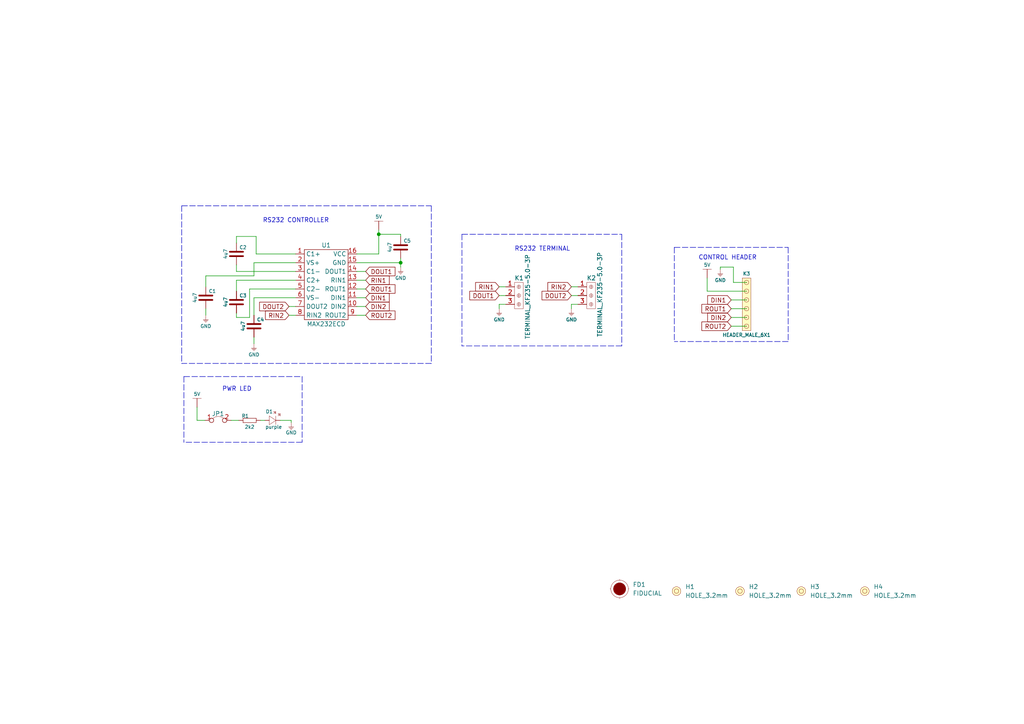
<source format=kicad_sch>
(kicad_sch (version 20211123) (generator eeschema)

  (uuid 2e4ae581-99aa-493b-a0a2-a5fb6df7d9ca)

  (paper "A4")

  (title_block
    (title "RS-232 Transceiver breakout")
    (date "2021-09-08")
    (rev "V1.1.1.")
    (company "SOLDERED")
    (comment 1 "333067")
  )

  (lib_symbols
    (symbol "e-radionica.com schematics:0402LED" (pin_numbers hide) (pin_names (offset 0.254) hide) (in_bom yes) (on_board yes)
      (property "Reference" "D" (id 0) (at -0.635 2.54 0)
        (effects (font (size 1 1)))
      )
      (property "Value" "0402LED" (id 1) (at 0 -2.54 0)
        (effects (font (size 1 1)))
      )
      (property "Footprint" "e-radionica.com footprinti:0402LED" (id 2) (at 0 5.08 0)
        (effects (font (size 1 1)) hide)
      )
      (property "Datasheet" "" (id 3) (at 0 0 0)
        (effects (font (size 1 1)) hide)
      )
      (symbol "0402LED_0_1"
        (polyline
          (pts
            (xy -0.635 1.27)
            (xy 1.27 0)
          )
          (stroke (width 0.0006) (type default) (color 0 0 0 0))
          (fill (type none))
        )
        (polyline
          (pts
            (xy 0.635 1.905)
            (xy 1.27 2.54)
          )
          (stroke (width 0.0006) (type default) (color 0 0 0 0))
          (fill (type none))
        )
        (polyline
          (pts
            (xy 1.27 1.27)
            (xy 1.27 -1.27)
          )
          (stroke (width 0.0006) (type default) (color 0 0 0 0))
          (fill (type none))
        )
        (polyline
          (pts
            (xy 1.905 1.27)
            (xy 2.54 1.905)
          )
          (stroke (width 0.0006) (type default) (color 0 0 0 0))
          (fill (type none))
        )
        (polyline
          (pts
            (xy -0.635 1.27)
            (xy -0.635 -1.27)
            (xy 1.27 0)
          )
          (stroke (width 0.0006) (type default) (color 0 0 0 0))
          (fill (type none))
        )
        (polyline
          (pts
            (xy 1.27 2.54)
            (xy 0.635 2.54)
            (xy 1.27 1.905)
            (xy 1.27 2.54)
          )
          (stroke (width 0.0006) (type default) (color 0 0 0 0))
          (fill (type none))
        )
        (polyline
          (pts
            (xy 2.54 1.905)
            (xy 1.905 1.905)
            (xy 2.54 1.27)
            (xy 2.54 1.905)
          )
          (stroke (width 0.0006) (type default) (color 0 0 0 0))
          (fill (type none))
        )
      )
      (symbol "0402LED_1_1"
        (pin passive line (at -1.905 0 0) (length 1.27)
          (name "A" (effects (font (size 1.27 1.27))))
          (number "1" (effects (font (size 1.27 1.27))))
        )
        (pin passive line (at 2.54 0 180) (length 1.27)
          (name "K" (effects (font (size 1.27 1.27))))
          (number "2" (effects (font (size 1.27 1.27))))
        )
      )
    )
    (symbol "e-radionica.com schematics:0402R" (pin_numbers hide) (pin_names (offset 0.254)) (in_bom yes) (on_board yes)
      (property "Reference" "R" (id 0) (at -1.905 1.27 0)
        (effects (font (size 1 1)))
      )
      (property "Value" "0402R" (id 1) (at 0 -1.27 0)
        (effects (font (size 1 1)))
      )
      (property "Footprint" "e-radionica.com footprinti:0402R" (id 2) (at -2.54 1.905 0)
        (effects (font (size 1 1)) hide)
      )
      (property "Datasheet" "" (id 3) (at -2.54 1.905 0)
        (effects (font (size 1 1)) hide)
      )
      (symbol "0402R_0_1"
        (rectangle (start -1.905 -0.635) (end 1.905 -0.6604)
          (stroke (width 0.1) (type default) (color 0 0 0 0))
          (fill (type none))
        )
        (rectangle (start -1.905 0.635) (end -1.8796 -0.635)
          (stroke (width 0.1) (type default) (color 0 0 0 0))
          (fill (type none))
        )
        (rectangle (start -1.905 0.635) (end 1.905 0.6096)
          (stroke (width 0.1) (type default) (color 0 0 0 0))
          (fill (type none))
        )
        (rectangle (start 1.905 0.635) (end 1.9304 -0.635)
          (stroke (width 0.1) (type default) (color 0 0 0 0))
          (fill (type none))
        )
      )
      (symbol "0402R_1_1"
        (pin passive line (at -3.175 0 0) (length 1.27)
          (name "~" (effects (font (size 1.27 1.27))))
          (number "1" (effects (font (size 1.27 1.27))))
        )
        (pin passive line (at 3.175 0 180) (length 1.27)
          (name "~" (effects (font (size 1.27 1.27))))
          (number "2" (effects (font (size 1.27 1.27))))
        )
      )
    )
    (symbol "e-radionica.com schematics:0603C" (pin_numbers hide) (pin_names (offset 0.002)) (in_bom yes) (on_board yes)
      (property "Reference" "C" (id 0) (at -0.635 3.175 0)
        (effects (font (size 1 1)))
      )
      (property "Value" "0603C" (id 1) (at 0 -3.175 0)
        (effects (font (size 1 1)))
      )
      (property "Footprint" "e-radionica.com footprinti:0603C" (id 2) (at 0 0 0)
        (effects (font (size 1 1)) hide)
      )
      (property "Datasheet" "" (id 3) (at 0 0 0)
        (effects (font (size 1 1)) hide)
      )
      (symbol "0603C_0_1"
        (polyline
          (pts
            (xy -0.635 1.905)
            (xy -0.635 -1.905)
          )
          (stroke (width 0.5) (type default) (color 0 0 0 0))
          (fill (type none))
        )
        (polyline
          (pts
            (xy 0.635 1.905)
            (xy 0.635 -1.905)
          )
          (stroke (width 0.5) (type default) (color 0 0 0 0))
          (fill (type none))
        )
      )
      (symbol "0603C_1_1"
        (pin passive line (at -3.175 0 0) (length 2.54)
          (name "~" (effects (font (size 1.27 1.27))))
          (number "1" (effects (font (size 1.27 1.27))))
        )
        (pin passive line (at 3.175 0 180) (length 2.54)
          (name "~" (effects (font (size 1.27 1.27))))
          (number "2" (effects (font (size 1.27 1.27))))
        )
      )
    )
    (symbol "e-radionica.com schematics:5V" (power) (pin_names (offset 0)) (in_bom yes) (on_board yes)
      (property "Reference" "#PWR" (id 0) (at 4.445 0 0)
        (effects (font (size 1 1)) hide)
      )
      (property "Value" "5V" (id 1) (at 0 3.556 0)
        (effects (font (size 1 1)))
      )
      (property "Footprint" "" (id 2) (at 4.445 3.81 0)
        (effects (font (size 1 1)) hide)
      )
      (property "Datasheet" "" (id 3) (at 4.445 3.81 0)
        (effects (font (size 1 1)) hide)
      )
      (property "ki_keywords" "power-flag" (id 4) (at 0 0 0)
        (effects (font (size 1.27 1.27)) hide)
      )
      (property "ki_description" "Power symbol creates a global label with name \"5V\"" (id 5) (at 0 0 0)
        (effects (font (size 1.27 1.27)) hide)
      )
      (symbol "5V_0_1"
        (polyline
          (pts
            (xy -1.27 2.54)
            (xy 1.27 2.54)
          )
          (stroke (width 0.0006) (type default) (color 0 0 0 0))
          (fill (type none))
        )
        (polyline
          (pts
            (xy 0 0)
            (xy 0 2.54)
          )
          (stroke (width 0) (type default) (color 0 0 0 0))
          (fill (type none))
        )
      )
      (symbol "5V_1_1"
        (pin power_in line (at 0 0 90) (length 0) hide
          (name "5V" (effects (font (size 1.27 1.27))))
          (number "1" (effects (font (size 1.27 1.27))))
        )
      )
    )
    (symbol "e-radionica.com schematics:FIDUCIAL" (in_bom no) (on_board yes)
      (property "Reference" "FD" (id 0) (at 0 3.81 0)
        (effects (font (size 1.27 1.27)))
      )
      (property "Value" "FIDUCIAL" (id 1) (at 0 -3.81 0)
        (effects (font (size 1.27 1.27)))
      )
      (property "Footprint" "e-radionica.com footprinti:FIDUCIAL_23" (id 2) (at 0.254 -5.334 0)
        (effects (font (size 1.27 1.27)) hide)
      )
      (property "Datasheet" "" (id 3) (at 0 0 0)
        (effects (font (size 1.27 1.27)) hide)
      )
      (symbol "FIDUCIAL_0_1"
        (polyline
          (pts
            (xy -2.54 0)
            (xy -2.794 0)
          )
          (stroke (width 0.0006) (type default) (color 0 0 0 0))
          (fill (type none))
        )
        (polyline
          (pts
            (xy 0 -2.54)
            (xy 0 -2.794)
          )
          (stroke (width 0.0006) (type default) (color 0 0 0 0))
          (fill (type none))
        )
        (polyline
          (pts
            (xy 0 2.54)
            (xy 0 2.794)
          )
          (stroke (width 0.0006) (type default) (color 0 0 0 0))
          (fill (type none))
        )
        (polyline
          (pts
            (xy 2.54 0)
            (xy 2.794 0)
          )
          (stroke (width 0.0006) (type default) (color 0 0 0 0))
          (fill (type none))
        )
        (circle (center 0 0) (radius 1.7961)
          (stroke (width 0.001) (type default) (color 0 0 0 0))
          (fill (type outline))
        )
        (circle (center 0 0) (radius 2.54)
          (stroke (width 0.0006) (type default) (color 0 0 0 0))
          (fill (type none))
        )
      )
    )
    (symbol "e-radionica.com schematics:GND" (power) (pin_names (offset 0)) (in_bom yes) (on_board yes)
      (property "Reference" "#PWR" (id 0) (at 4.445 0 0)
        (effects (font (size 1 1)) hide)
      )
      (property "Value" "GND" (id 1) (at 0 -2.921 0)
        (effects (font (size 1 1)))
      )
      (property "Footprint" "" (id 2) (at 4.445 3.81 0)
        (effects (font (size 1 1)) hide)
      )
      (property "Datasheet" "" (id 3) (at 4.445 3.81 0)
        (effects (font (size 1 1)) hide)
      )
      (property "ki_keywords" "power-flag" (id 4) (at 0 0 0)
        (effects (font (size 1.27 1.27)) hide)
      )
      (property "ki_description" "Power symbol creates a global label with name \"GND\"" (id 5) (at 0 0 0)
        (effects (font (size 1.27 1.27)) hide)
      )
      (symbol "GND_0_1"
        (polyline
          (pts
            (xy -0.762 -1.27)
            (xy 0.762 -1.27)
          )
          (stroke (width 0.0006) (type default) (color 0 0 0 0))
          (fill (type none))
        )
        (polyline
          (pts
            (xy -0.635 -1.524)
            (xy 0.635 -1.524)
          )
          (stroke (width 0.0006) (type default) (color 0 0 0 0))
          (fill (type none))
        )
        (polyline
          (pts
            (xy -0.381 -1.778)
            (xy 0.381 -1.778)
          )
          (stroke (width 0.0006) (type default) (color 0 0 0 0))
          (fill (type none))
        )
        (polyline
          (pts
            (xy -0.127 -2.032)
            (xy 0.127 -2.032)
          )
          (stroke (width 0.0006) (type default) (color 0 0 0 0))
          (fill (type none))
        )
        (polyline
          (pts
            (xy 0 0)
            (xy 0 -1.27)
          )
          (stroke (width 0.0006) (type default) (color 0 0 0 0))
          (fill (type none))
        )
      )
      (symbol "GND_1_1"
        (pin power_in line (at 0 0 270) (length 0) hide
          (name "GND" (effects (font (size 1.27 1.27))))
          (number "1" (effects (font (size 1.27 1.27))))
        )
      )
    )
    (symbol "e-radionica.com schematics:GND_3" (power) (pin_names (offset 0)) (in_bom yes) (on_board yes)
      (property "Reference" "#PWR" (id 0) (at 4.445 0 0)
        (effects (font (size 1 1)) hide)
      )
      (property "Value" "GND" (id 1) (at 0 -2.921 0)
        (effects (font (size 1 1)))
      )
      (property "Footprint" "" (id 2) (at 4.445 3.81 0)
        (effects (font (size 1 1)) hide)
      )
      (property "Datasheet" "" (id 3) (at 4.445 3.81 0)
        (effects (font (size 1 1)) hide)
      )
      (property "ki_keywords" "power-flag" (id 4) (at 0 0 0)
        (effects (font (size 1.27 1.27)) hide)
      )
      (property "ki_description" "Power symbol creates a global label with name \"+3V3\"" (id 5) (at 0 0 0)
        (effects (font (size 1.27 1.27)) hide)
      )
      (symbol "GND_3_0_1"
        (polyline
          (pts
            (xy -0.762 -1.27)
            (xy 0.762 -1.27)
          )
          (stroke (width 0.0006) (type default) (color 0 0 0 0))
          (fill (type none))
        )
        (polyline
          (pts
            (xy -0.635 -1.524)
            (xy 0.635 -1.524)
          )
          (stroke (width 0.0006) (type default) (color 0 0 0 0))
          (fill (type none))
        )
        (polyline
          (pts
            (xy -0.381 -1.778)
            (xy 0.381 -1.778)
          )
          (stroke (width 0.0006) (type default) (color 0 0 0 0))
          (fill (type none))
        )
        (polyline
          (pts
            (xy -0.127 -2.032)
            (xy 0.127 -2.032)
          )
          (stroke (width 0.0006) (type default) (color 0 0 0 0))
          (fill (type none))
        )
        (polyline
          (pts
            (xy 0 0)
            (xy 0 -1.27)
          )
          (stroke (width 0.0006) (type default) (color 0 0 0 0))
          (fill (type none))
        )
      )
      (symbol "GND_3_1_1"
        (pin power_in line (at 0 0 270) (length 0) hide
          (name "GND" (effects (font (size 1.27 1.27))))
          (number "1" (effects (font (size 1.27 1.27))))
        )
      )
    )
    (symbol "e-radionica.com schematics:HEADER_MALE_6X1" (pin_numbers hide) (pin_names hide) (in_bom yes) (on_board yes)
      (property "Reference" "K" (id 0) (at -0.635 10.16 0)
        (effects (font (size 1 1)))
      )
      (property "Value" "HEADER_MALE_6X1" (id 1) (at 1.27 -7.62 0)
        (effects (font (size 1 1)))
      )
      (property "Footprint" "e-radionica.com footprinti:HEADER_MALE_6X1" (id 2) (at 0 0 0)
        (effects (font (size 1 1)) hide)
      )
      (property "Datasheet" "" (id 3) (at 0 0 0)
        (effects (font (size 1 1)) hide)
      )
      (symbol "HEADER_MALE_6X1_0_1"
        (circle (center 0 -5.08) (radius 0.635)
          (stroke (width 0.0006) (type default) (color 0 0 0 0))
          (fill (type none))
        )
        (circle (center 0 -2.54) (radius 0.635)
          (stroke (width 0.0006) (type default) (color 0 0 0 0))
          (fill (type none))
        )
        (circle (center 0 0) (radius 0.635)
          (stroke (width 0.0006) (type default) (color 0 0 0 0))
          (fill (type none))
        )
        (circle (center 0 2.54) (radius 0.635)
          (stroke (width 0.0006) (type default) (color 0 0 0 0))
          (fill (type none))
        )
        (circle (center 0 5.08) (radius 0.635)
          (stroke (width 0.0006) (type default) (color 0 0 0 0))
          (fill (type none))
        )
        (circle (center 0 7.62) (radius 0.635)
          (stroke (width 0.0006) (type default) (color 0 0 0 0))
          (fill (type none))
        )
        (rectangle (start 1.27 -6.35) (end -1.27 8.89)
          (stroke (width 0.001) (type default) (color 0 0 0 0))
          (fill (type background))
        )
      )
      (symbol "HEADER_MALE_6X1_1_1"
        (pin passive line (at 0 -5.08 180) (length 0)
          (name "~" (effects (font (size 0.991 0.991))))
          (number "1" (effects (font (size 0.991 0.991))))
        )
        (pin passive line (at 0 -2.54 180) (length 0)
          (name "~" (effects (font (size 0.991 0.991))))
          (number "2" (effects (font (size 0.991 0.991))))
        )
        (pin passive line (at 0 0 180) (length 0)
          (name "~" (effects (font (size 0.991 0.991))))
          (number "3" (effects (font (size 0.991 0.991))))
        )
        (pin passive line (at 0 2.54 180) (length 0)
          (name "~" (effects (font (size 0.991 0.991))))
          (number "4" (effects (font (size 0.991 0.991))))
        )
        (pin passive line (at 0 5.08 180) (length 0)
          (name "~" (effects (font (size 0.991 0.991))))
          (number "5" (effects (font (size 0.991 0.991))))
        )
        (pin passive line (at 0 7.62 180) (length 0)
          (name "~" (effects (font (size 0.991 0.991))))
          (number "6" (effects (font (size 0.991 0.991))))
        )
      )
    )
    (symbol "e-radionica.com schematics:HOLE_3.2mm" (pin_numbers hide) (pin_names hide) (in_bom yes) (on_board yes)
      (property "Reference" "H" (id 0) (at 0 2.54 0)
        (effects (font (size 1.27 1.27)))
      )
      (property "Value" "HOLE_3.2mm" (id 1) (at 0 -2.54 0)
        (effects (font (size 1.27 1.27)))
      )
      (property "Footprint" "e-radionica.com footprinti:HOLE_3.2mm" (id 2) (at 0 0 0)
        (effects (font (size 1.27 1.27)) hide)
      )
      (property "Datasheet" "" (id 3) (at 0 0 0)
        (effects (font (size 1.27 1.27)) hide)
      )
      (symbol "HOLE_3.2mm_0_1"
        (circle (center 0 0) (radius 0.635)
          (stroke (width 0.0006) (type default) (color 0 0 0 0))
          (fill (type none))
        )
        (circle (center 0 0) (radius 1.27)
          (stroke (width 0.001) (type default) (color 0 0 0 0))
          (fill (type background))
        )
      )
    )
    (symbol "e-radionica.com schematics:MAX232E" (in_bom yes) (on_board yes)
      (property "Reference" "U" (id 0) (at 0 11.43 0)
        (effects (font (size 1.27 1.27)))
      )
      (property "Value" "MAX232E" (id 1) (at 0 -11.43 0)
        (effects (font (size 1.27 1.27)))
      )
      (property "Footprint" "e-radionica.com footprinti:SOP-16" (id 2) (at 0 -13.97 0)
        (effects (font (size 1.27 1.27)) hide)
      )
      (property "Datasheet" "" (id 3) (at 0 0 0)
        (effects (font (size 1.27 1.27)) hide)
      )
      (symbol "MAX232E_0_1"
        (rectangle (start -6.35 10.16) (end 6.35 -10.16)
          (stroke (width 0.1524) (type default) (color 0 0 0 0))
          (fill (type none))
        )
      )
      (symbol "MAX232E_1_1"
        (pin bidirectional line (at -8.89 8.89 0) (length 2.54)
          (name "C1+" (effects (font (size 1.27 1.27))))
          (number "1" (effects (font (size 1.27 1.27))))
        )
        (pin bidirectional line (at 8.89 -6.35 180) (length 2.54)
          (name "DIN2" (effects (font (size 1.27 1.27))))
          (number "10" (effects (font (size 1.27 1.27))))
        )
        (pin bidirectional line (at 8.89 -3.81 180) (length 2.54)
          (name "DIN1" (effects (font (size 1.27 1.27))))
          (number "11" (effects (font (size 1.27 1.27))))
        )
        (pin bidirectional line (at 8.89 -1.27 180) (length 2.54)
          (name "ROUT1" (effects (font (size 1.27 1.27))))
          (number "12" (effects (font (size 1.27 1.27))))
        )
        (pin bidirectional line (at 8.89 1.27 180) (length 2.54)
          (name "RIN1" (effects (font (size 1.27 1.27))))
          (number "13" (effects (font (size 1.27 1.27))))
        )
        (pin bidirectional line (at 8.89 3.81 180) (length 2.54)
          (name "DOUT1" (effects (font (size 1.27 1.27))))
          (number "14" (effects (font (size 1.27 1.27))))
        )
        (pin bidirectional line (at 8.89 6.35 180) (length 2.54)
          (name "GND" (effects (font (size 1.27 1.27))))
          (number "15" (effects (font (size 1.27 1.27))))
        )
        (pin bidirectional line (at 8.89 8.89 180) (length 2.54)
          (name "VCC" (effects (font (size 1.27 1.27))))
          (number "16" (effects (font (size 1.27 1.27))))
        )
        (pin bidirectional line (at -8.89 6.35 0) (length 2.54)
          (name "VS+" (effects (font (size 1.27 1.27))))
          (number "2" (effects (font (size 1.27 1.27))))
        )
        (pin bidirectional line (at -8.89 3.81 0) (length 2.54)
          (name "C1-" (effects (font (size 1.27 1.27))))
          (number "3" (effects (font (size 1.27 1.27))))
        )
        (pin bidirectional line (at -8.89 1.27 0) (length 2.54)
          (name "C2+" (effects (font (size 1.27 1.27))))
          (number "4" (effects (font (size 1.27 1.27))))
        )
        (pin bidirectional line (at -8.89 -1.27 0) (length 2.54)
          (name "C2-" (effects (font (size 1.27 1.27))))
          (number "5" (effects (font (size 1.27 1.27))))
        )
        (pin bidirectional line (at -8.89 -3.81 0) (length 2.54)
          (name "VS-" (effects (font (size 1.27 1.27))))
          (number "6" (effects (font (size 1.27 1.27))))
        )
        (pin bidirectional line (at -8.89 -6.35 0) (length 2.54)
          (name "DOUT2" (effects (font (size 1.27 1.27))))
          (number "7" (effects (font (size 1.27 1.27))))
        )
        (pin bidirectional line (at -8.89 -8.89 0) (length 2.54)
          (name "RIN2" (effects (font (size 1.27 1.27))))
          (number "8" (effects (font (size 1.27 1.27))))
        )
        (pin bidirectional line (at 8.89 -8.89 180) (length 2.54)
          (name "ROUT2" (effects (font (size 1.27 1.27))))
          (number "9" (effects (font (size 1.27 1.27))))
        )
      )
    )
    (symbol "e-radionica.com schematics:SMD-JUMPER-CONNECTED_TRACE_SLODERMASK" (in_bom yes) (on_board yes)
      (property "Reference" "JP" (id 0) (at 0 3.556 0)
        (effects (font (size 1.27 1.27)))
      )
      (property "Value" "SMD-JUMPER-CONNECTED_TRACE_SLODERMASK" (id 1) (at 0 -2.54 0)
        (effects (font (size 1.27 1.27)))
      )
      (property "Footprint" "e-radionica.com footprinti:SMD-JUMPER-CONNECTED_TRACE_SLODERMASK" (id 2) (at 0 -5.715 0)
        (effects (font (size 1.27 1.27)) hide)
      )
      (property "Datasheet" "" (id 3) (at 0 0 0)
        (effects (font (size 1.27 1.27)) hide)
      )
      (symbol "SMD-JUMPER-CONNECTED_TRACE_SLODERMASK_0_1"
        (arc (start 1.397 0.5842) (mid -0.2077 1.1365) (end -1.8034 0.5588)
          (stroke (width 0.0006) (type default) (color 0 0 0 0))
          (fill (type none))
        )
      )
      (symbol "SMD-JUMPER-CONNECTED_TRACE_SLODERMASK_1_1"
        (pin passive inverted (at -4.064 0 0) (length 2.54)
          (name "" (effects (font (size 1.27 1.27))))
          (number "1" (effects (font (size 1.27 1.27))))
        )
        (pin passive inverted (at 3.556 0 180) (length 2.54)
          (name "" (effects (font (size 1.27 1.27))))
          (number "2" (effects (font (size 1.27 1.27))))
        )
      )
    )
    (symbol "e-radionica.com schematics:TERMINAL_KF235-5.0-3P" (in_bom yes) (on_board yes)
      (property "Reference" "K" (id 0) (at 0 5.08 0)
        (effects (font (size 1.27 1.27)))
      )
      (property "Value" "TERMINAL_KF235-5.0-3P" (id 1) (at 0 -5.08 0)
        (effects (font (size 1.27 1.27)))
      )
      (property "Footprint" "e-radionica.com footprinti:TERMINAL_KF235-5.0-3P" (id 2) (at 0 -7.62 0)
        (effects (font (size 1.27 1.27)) hide)
      )
      (property "Datasheet" "" (id 3) (at 0 0 0)
        (effects (font (size 1.27 1.27)) hide)
      )
      (symbol "TERMINAL_KF235-5.0-3P_0_1"
        (rectangle (start -1.27 3.81) (end 1.27 -3.81)
          (stroke (width 0.0006) (type default) (color 0 0 0 0))
          (fill (type none))
        )
        (circle (center 0 -2.54) (radius 0.508)
          (stroke (width 0.0006) (type default) (color 0 0 0 0))
          (fill (type none))
        )
        (polyline
          (pts
            (xy -0.254 -2.54)
            (xy 0.254 -2.54)
          )
          (stroke (width 0.0006) (type default) (color 0 0 0 0))
          (fill (type none))
        )
        (polyline
          (pts
            (xy -0.254 0)
            (xy 0.254 0)
          )
          (stroke (width 0.0006) (type default) (color 0 0 0 0))
          (fill (type none))
        )
        (polyline
          (pts
            (xy -0.254 2.54)
            (xy 0.254 2.54)
          )
          (stroke (width 0.0006) (type default) (color 0 0 0 0))
          (fill (type none))
        )
        (polyline
          (pts
            (xy 0 -2.032)
            (xy 0 -3.048)
          )
          (stroke (width 0.0006) (type default) (color 0 0 0 0))
          (fill (type none))
        )
        (polyline
          (pts
            (xy 0 0.508)
            (xy 0 -0.508)
          )
          (stroke (width 0.0006) (type default) (color 0 0 0 0))
          (fill (type none))
        )
        (polyline
          (pts
            (xy 0 3.048)
            (xy 0 2.032)
          )
          (stroke (width 0.0006) (type default) (color 0 0 0 0))
          (fill (type none))
        )
        (circle (center 0 0) (radius 0.508)
          (stroke (width 0.0006) (type default) (color 0 0 0 0))
          (fill (type none))
        )
        (circle (center 0 2.54) (radius 0.508)
          (stroke (width 0.0006) (type default) (color 0 0 0 0))
          (fill (type none))
        )
      )
      (symbol "TERMINAL_KF235-5.0-3P_1_1"
        (pin input line (at -3.81 2.54 0) (length 2.54)
          (name "~" (effects (font (size 1.27 1.27))))
          (number "1" (effects (font (size 1.27 1.27))))
        )
        (pin input line (at -3.81 0 0) (length 2.54)
          (name "~" (effects (font (size 1.27 1.27))))
          (number "2" (effects (font (size 1.27 1.27))))
        )
        (pin input line (at -3.81 -2.54 0) (length 2.54)
          (name "~" (effects (font (size 1.27 1.27))))
          (number "3" (effects (font (size 1.27 1.27))))
        )
      )
    )
  )

  (junction (at 109.855 67.945) (diameter 0.9144) (color 0 0 0 0)
    (uuid 6d26d68f-1ca7-4ff3-b058-272f1c399047)
  )
  (junction (at 116.205 76.2) (diameter 0.9144) (color 0 0 0 0)
    (uuid d3d7e298-1d39-4294-a3ab-c84cc0dc5e5a)
  )

  (wire (pts (xy 84.455 121.92) (xy 84.455 122.555))
    (stroke (width 0) (type solid) (color 0 0 0 0))
    (uuid 02101284-c9ee-4785-aa30-acfb842a65e8)
  )
  (wire (pts (xy 212.09 92.075) (xy 216.535 92.075))
    (stroke (width 0) (type solid) (color 0 0 0 0))
    (uuid 021cc76c-22bd-4df4-83ad-7e8400e24672)
  )
  (polyline (pts (xy 53.34 109.22) (xy 53.34 128.27))
    (stroke (width 0) (type dash) (color 0 0 0 0))
    (uuid 052ce881-d32d-4f0a-b587-b9e87521171d)
  )

  (wire (pts (xy 103.505 88.9) (xy 106.045 88.9))
    (stroke (width 0) (type solid) (color 0 0 0 0))
    (uuid 058b710b-4c53-44d0-be1a-ad59a46b28a4)
  )
  (polyline (pts (xy 133.985 67.945) (xy 133.985 100.33))
    (stroke (width 0) (type dash) (color 0 0 0 0))
    (uuid 123d78fb-895c-48aa-afc9-09582c17b66e)
  )
  (polyline (pts (xy 133.985 67.945) (xy 180.34 67.945))
    (stroke (width 0) (type dash) (color 0 0 0 0))
    (uuid 123d78fb-895c-48aa-afc9-09582c17b66f)
  )
  (polyline (pts (xy 180.34 67.945) (xy 180.34 100.33))
    (stroke (width 0) (type dash) (color 0 0 0 0))
    (uuid 123d78fb-895c-48aa-afc9-09582c17b670)
  )
  (polyline (pts (xy 180.34 100.33) (xy 133.985 100.33))
    (stroke (width 0) (type dash) (color 0 0 0 0))
    (uuid 123d78fb-895c-48aa-afc9-09582c17b671)
  )
  (polyline (pts (xy 53.34 109.22) (xy 87.63 109.22))
    (stroke (width 0) (type dash) (color 0 0 0 0))
    (uuid 12944a9d-a66f-4956-85d4-3067cc6b8de3)
  )

  (wire (pts (xy 103.505 81.28) (xy 106.045 81.28))
    (stroke (width 0) (type solid) (color 0 0 0 0))
    (uuid 1795ed96-a81f-4c87-8d4c-966e245ff33f)
  )
  (polyline (pts (xy 52.705 59.69) (xy 52.705 105.41))
    (stroke (width 0) (type dash) (color 0 0 0 0))
    (uuid 27d2d653-873b-421c-ab25-01cfc595f2d0)
  )
  (polyline (pts (xy 52.705 59.69) (xy 125.095 59.69))
    (stroke (width 0) (type dash) (color 0 0 0 0))
    (uuid 27d2d653-873b-421c-ab25-01cfc595f2d1)
  )
  (polyline (pts (xy 125.095 59.69) (xy 125.095 105.41))
    (stroke (width 0) (type dash) (color 0 0 0 0))
    (uuid 27d2d653-873b-421c-ab25-01cfc595f2d2)
  )
  (polyline (pts (xy 125.095 105.41) (xy 52.705 105.41))
    (stroke (width 0) (type dash) (color 0 0 0 0))
    (uuid 27d2d653-873b-421c-ab25-01cfc595f2d3)
  )

  (wire (pts (xy 72.39 83.82) (xy 72.39 92.075))
    (stroke (width 0) (type solid) (color 0 0 0 0))
    (uuid 2d3cbe51-23d6-4250-b51a-1ce8dc7c9343)
  )
  (wire (pts (xy 144.78 88.265) (xy 144.78 89.535))
    (stroke (width 0) (type solid) (color 0 0 0 0))
    (uuid 2e5aaa3e-76d8-45ec-94d6-095ba74413bc)
  )
  (wire (pts (xy 146.685 88.265) (xy 144.78 88.265))
    (stroke (width 0) (type solid) (color 0 0 0 0))
    (uuid 2e5aaa3e-76d8-45ec-94d6-095ba74413bd)
  )
  (wire (pts (xy 59.69 89.535) (xy 59.69 91.44))
    (stroke (width 0) (type solid) (color 0 0 0 0))
    (uuid 34611700-f4c0-4550-9b5d-6215192a9ead)
  )
  (wire (pts (xy 109.855 67.945) (xy 109.855 66.675))
    (stroke (width 0) (type solid) (color 0 0 0 0))
    (uuid 366c2ff2-1863-43d1-863a-22e5a0d941f1)
  )
  (wire (pts (xy 116.205 67.945) (xy 109.855 67.945))
    (stroke (width 0) (type solid) (color 0 0 0 0))
    (uuid 366c2ff2-1863-43d1-863a-22e5a0d941f2)
  )
  (wire (pts (xy 116.205 68.58) (xy 116.205 67.945))
    (stroke (width 0) (type solid) (color 0 0 0 0))
    (uuid 366c2ff2-1863-43d1-863a-22e5a0d941f3)
  )
  (wire (pts (xy 68.58 92.075) (xy 68.58 90.805))
    (stroke (width 0) (type solid) (color 0 0 0 0))
    (uuid 3ca71f6a-2774-4fa1-aee5-45c127fb2211)
  )
  (wire (pts (xy 72.39 92.075) (xy 68.58 92.075))
    (stroke (width 0) (type solid) (color 0 0 0 0))
    (uuid 3ca71f6a-2774-4fa1-aee5-45c127fb2212)
  )
  (wire (pts (xy 212.09 86.995) (xy 216.535 86.995))
    (stroke (width 0) (type solid) (color 0 0 0 0))
    (uuid 42069d48-3716-4681-aa13-9eeecb8272d0)
  )
  (wire (pts (xy 83.82 88.9) (xy 85.725 88.9))
    (stroke (width 0) (type solid) (color 0 0 0 0))
    (uuid 53692e9a-de65-498b-a378-519d6420641f)
  )
  (wire (pts (xy 144.78 85.725) (xy 146.685 85.725))
    (stroke (width 0) (type solid) (color 0 0 0 0))
    (uuid 559fba49-fab7-4ee4-b3a7-973ce7dedb85)
  )
  (wire (pts (xy 83.82 91.44) (xy 85.725 91.44))
    (stroke (width 0) (type solid) (color 0 0 0 0))
    (uuid 56790e62-5996-4df5-9ef5-fdadf53dd14f)
  )
  (wire (pts (xy 73.66 97.79) (xy 73.66 99.695))
    (stroke (width 0) (type solid) (color 0 0 0 0))
    (uuid 5fef3a06-0c56-4b42-b3e5-07ca45c791b9)
  )
  (wire (pts (xy 144.78 83.185) (xy 146.685 83.185))
    (stroke (width 0) (type solid) (color 0 0 0 0))
    (uuid 644165f8-c559-42f1-a48b-e9e58eae2597)
  )
  (wire (pts (xy 68.58 78.74) (xy 85.725 78.74))
    (stroke (width 0) (type solid) (color 0 0 0 0))
    (uuid 6f1297e8-65fa-46e3-9e83-67c2106b2736)
  )
  (wire (pts (xy 68.58 81.28) (xy 85.725 81.28))
    (stroke (width 0) (type solid) (color 0 0 0 0))
    (uuid 70b825a0-5a8f-4de9-b857-4903ef26c82f)
  )
  (wire (pts (xy 73.66 86.36) (xy 85.725 86.36))
    (stroke (width 0) (type solid) (color 0 0 0 0))
    (uuid 72bfef14-2e8f-4be9-9aeb-75680d217039)
  )
  (wire (pts (xy 103.505 86.36) (xy 106.045 86.36))
    (stroke (width 0) (type solid) (color 0 0 0 0))
    (uuid 75840501-d9ef-4122-bbcf-745b19057424)
  )
  (wire (pts (xy 59.436 121.92) (xy 57.15 121.92))
    (stroke (width 0) (type solid) (color 0 0 0 0))
    (uuid 76a80e17-ae62-497d-a3a4-0ea4f209f69c)
  )
  (wire (pts (xy 165.735 83.185) (xy 167.64 83.185))
    (stroke (width 0) (type solid) (color 0 0 0 0))
    (uuid 79f65aa7-1874-4836-8010-1f00dff5e8cd)
  )
  (polyline (pts (xy 195.58 71.755) (xy 195.58 99.06))
    (stroke (width 0) (type dash) (color 0 0 0 0))
    (uuid 7d5eebfe-c95d-4778-a952-8f3289a880e3)
  )
  (polyline (pts (xy 195.58 71.755) (xy 228.6 71.755))
    (stroke (width 0) (type dash) (color 0 0 0 0))
    (uuid 7d5eebfe-c95d-4778-a952-8f3289a880e4)
  )
  (polyline (pts (xy 228.6 71.755) (xy 228.6 99.06))
    (stroke (width 0) (type dash) (color 0 0 0 0))
    (uuid 7d5eebfe-c95d-4778-a952-8f3289a880e5)
  )
  (polyline (pts (xy 228.6 99.06) (xy 195.58 99.06))
    (stroke (width 0) (type dash) (color 0 0 0 0))
    (uuid 7d5eebfe-c95d-4778-a952-8f3289a880e6)
  )
  (polyline (pts (xy 87.63 128.27) (xy 53.34 128.27))
    (stroke (width 0) (type dash) (color 0 0 0 0))
    (uuid 9361c387-0b8b-4f1d-a5fb-e2baf58fe40f)
  )

  (wire (pts (xy 75.565 121.92) (xy 76.835 121.92))
    (stroke (width 0) (type solid) (color 0 0 0 0))
    (uuid 93a6f30a-8eb0-46b5-ab21-5c191029d0ac)
  )
  (wire (pts (xy 103.505 78.74) (xy 106.045 78.74))
    (stroke (width 0) (type solid) (color 0 0 0 0))
    (uuid 94953072-7010-42b5-8aba-93285c5eeae9)
  )
  (wire (pts (xy 212.09 89.535) (xy 216.535 89.535))
    (stroke (width 0) (type solid) (color 0 0 0 0))
    (uuid 97b0c1f8-c22f-404b-9c49-45bb53bcd212)
  )
  (wire (pts (xy 72.39 83.82) (xy 85.725 83.82))
    (stroke (width 0) (type solid) (color 0 0 0 0))
    (uuid 9e40a21a-8782-4eb9-a7b4-cbb63a54c18b)
  )
  (wire (pts (xy 212.09 94.615) (xy 216.535 94.615))
    (stroke (width 0) (type solid) (color 0 0 0 0))
    (uuid a3547834-e9a7-4c28-85bf-275eb70a78c7)
  )
  (wire (pts (xy 208.915 77.47) (xy 212.725 77.47))
    (stroke (width 0) (type solid) (color 0 0 0 0))
    (uuid a5b18634-7a27-4162-835a-fa26e7e9aad3)
  )
  (wire (pts (xy 208.915 78.105) (xy 208.915 77.47))
    (stroke (width 0) (type solid) (color 0 0 0 0))
    (uuid a5b18634-7a27-4162-835a-fa26e7e9aad4)
  )
  (wire (pts (xy 212.725 77.47) (xy 212.725 81.915))
    (stroke (width 0) (type solid) (color 0 0 0 0))
    (uuid a5b18634-7a27-4162-835a-fa26e7e9aad5)
  )
  (wire (pts (xy 212.725 81.915) (xy 216.535 81.915))
    (stroke (width 0) (type solid) (color 0 0 0 0))
    (uuid a5b18634-7a27-4162-835a-fa26e7e9aad6)
  )
  (wire (pts (xy 165.735 85.725) (xy 167.64 85.725))
    (stroke (width 0) (type solid) (color 0 0 0 0))
    (uuid ab200ce3-2b83-40f5-a53b-9fffca0d6db3)
  )
  (wire (pts (xy 103.505 73.66) (xy 109.855 73.66))
    (stroke (width 0) (type solid) (color 0 0 0 0))
    (uuid abe2c1da-77dc-44ad-b5d0-aa873962467f)
  )
  (wire (pts (xy 109.855 73.66) (xy 109.855 67.945))
    (stroke (width 0) (type solid) (color 0 0 0 0))
    (uuid abe2c1da-77dc-44ad-b5d0-aa8739624680)
  )
  (wire (pts (xy 67.056 121.92) (xy 69.215 121.92))
    (stroke (width 0) (type solid) (color 0 0 0 0))
    (uuid b6b18ec3-5e52-4d11-ae98-08909c2a8e27)
  )
  (wire (pts (xy 103.505 76.2) (xy 116.205 76.2))
    (stroke (width 0) (type solid) (color 0 0 0 0))
    (uuid b6f66e3a-03d7-4b2e-bf66-d0f1bc7e3d0d)
  )
  (wire (pts (xy 116.205 76.2) (xy 116.205 77.47))
    (stroke (width 0) (type solid) (color 0 0 0 0))
    (uuid b6f66e3a-03d7-4b2e-bf66-d0f1bc7e3d0e)
  )
  (wire (pts (xy 68.58 68.58) (xy 68.58 70.485))
    (stroke (width 0) (type solid) (color 0 0 0 0))
    (uuid b9e5fddb-41e4-4191-99e9-6875fda12d19)
  )
  (wire (pts (xy 74.295 68.58) (xy 68.58 68.58))
    (stroke (width 0) (type solid) (color 0 0 0 0))
    (uuid b9e5fddb-41e4-4191-99e9-6875fda12d1a)
  )
  (wire (pts (xy 74.295 73.66) (xy 74.295 68.58))
    (stroke (width 0) (type solid) (color 0 0 0 0))
    (uuid b9e5fddb-41e4-4191-99e9-6875fda12d1b)
  )
  (wire (pts (xy 68.58 78.74) (xy 68.58 76.835))
    (stroke (width 0) (type solid) (color 0 0 0 0))
    (uuid c3cf8fc5-30a8-4d2a-ad06-655c27422e4d)
  )
  (wire (pts (xy 103.505 91.44) (xy 106.045 91.44))
    (stroke (width 0) (type solid) (color 0 0 0 0))
    (uuid d14b6691-c8bf-4f4c-980c-3c903350b7e9)
  )
  (wire (pts (xy 68.58 81.28) (xy 68.58 84.455))
    (stroke (width 0) (type solid) (color 0 0 0 0))
    (uuid d179cc25-b17b-4af4-bd47-4f25dbec270d)
  )
  (wire (pts (xy 165.735 88.265) (xy 165.735 89.535))
    (stroke (width 0) (type solid) (color 0 0 0 0))
    (uuid d45e9c7e-fe37-478d-a254-05c0a58b5a24)
  )
  (wire (pts (xy 167.64 88.265) (xy 165.735 88.265))
    (stroke (width 0) (type solid) (color 0 0 0 0))
    (uuid d45e9c7e-fe37-478d-a254-05c0a58b5a25)
  )
  (wire (pts (xy 74.295 73.66) (xy 85.725 73.66))
    (stroke (width 0) (type solid) (color 0 0 0 0))
    (uuid d51fb765-216f-4000-818d-6ac137bfdfa6)
  )
  (wire (pts (xy 81.28 121.92) (xy 84.455 121.92))
    (stroke (width 0) (type solid) (color 0 0 0 0))
    (uuid d63b3610-6c92-4b51-97d9-60c24bae1d18)
  )
  (wire (pts (xy 73.66 86.36) (xy 73.66 91.44))
    (stroke (width 0) (type solid) (color 0 0 0 0))
    (uuid de29f6b1-a73b-4d09-a6f6-8f89fe27f249)
  )
  (wire (pts (xy 103.505 83.82) (xy 106.045 83.82))
    (stroke (width 0) (type solid) (color 0 0 0 0))
    (uuid e73ffab5-1b45-4cf8-83ca-e91043278d3a)
  )
  (wire (pts (xy 116.205 74.93) (xy 116.205 76.2))
    (stroke (width 0) (type solid) (color 0 0 0 0))
    (uuid eba5de24-f315-4bc7-bb96-4b68e38b3d6c)
  )
  (polyline (pts (xy 87.63 109.22) (xy 87.63 128.27))
    (stroke (width 0) (type dash) (color 0 0 0 0))
    (uuid eee5653b-d738-40de-99d0-282491d6c508)
  )

  (wire (pts (xy 205.105 84.455) (xy 205.105 80.645))
    (stroke (width 0) (type solid) (color 0 0 0 0))
    (uuid f1dcfe2a-f1bf-42de-aebc-83396245b157)
  )
  (wire (pts (xy 216.535 84.455) (xy 205.105 84.455))
    (stroke (width 0) (type solid) (color 0 0 0 0))
    (uuid f1dcfe2a-f1bf-42de-aebc-83396245b158)
  )
  (wire (pts (xy 59.69 80.01) (xy 59.69 83.185))
    (stroke (width 0) (type solid) (color 0 0 0 0))
    (uuid f2be864c-efce-459d-80c2-00edb0dfbcaa)
  )
  (wire (pts (xy 73.66 76.2) (xy 73.66 80.01))
    (stroke (width 0) (type solid) (color 0 0 0 0))
    (uuid f2be864c-efce-459d-80c2-00edb0dfbcab)
  )
  (wire (pts (xy 73.66 76.2) (xy 85.725 76.2))
    (stroke (width 0) (type solid) (color 0 0 0 0))
    (uuid f2be864c-efce-459d-80c2-00edb0dfbcac)
  )
  (wire (pts (xy 73.66 80.01) (xy 59.69 80.01))
    (stroke (width 0) (type solid) (color 0 0 0 0))
    (uuid f2be864c-efce-459d-80c2-00edb0dfbcad)
  )
  (wire (pts (xy 57.15 121.92) (xy 57.15 118.11))
    (stroke (width 0) (type solid) (color 0 0 0 0))
    (uuid fabe1248-9503-44fd-81e2-9efdb40c8151)
  )

  (text "RS232 CONTROLLER" (at 76.2 64.77 0)
    (effects (font (size 1.27 1.27)) (justify left bottom))
    (uuid 1fd00e5c-15cb-4e02-b8bc-bf7925c79065)
  )
  (text "CONTROL HEADER" (at 202.565 75.565 0)
    (effects (font (size 1.27 1.27)) (justify left bottom))
    (uuid 3cc934bb-a048-4906-af8f-78887e674c28)
  )
  (text "PWR LED" (at 73.025 113.665 180)
    (effects (font (size 1.27 1.27)) (justify right bottom))
    (uuid 61cc96eb-a6e1-4103-ae56-41648c881dab)
  )
  (text "RS232 TERMINAL" (at 149.225 73.025 0)
    (effects (font (size 1.27 1.27)) (justify left bottom))
    (uuid fb9860c6-b40f-47cf-a4ce-658a2aeed4b8)
  )

  (global_label "ROUT2" (shape input) (at 212.09 94.615 180) (fields_autoplaced)
    (effects (font (size 1.27 1.27)) (justify right))
    (uuid 1ea87ec8-f7bc-470e-9e1a-f6dca7567f99)
    (property "Intersheet References" "${INTERSHEET_REFS}" (id 0) (at 203.5688 94.5356 0)
      (effects (font (size 1.27 1.27)) (justify right) hide)
    )
  )
  (global_label "DOUT1" (shape input) (at 144.78 85.725 180) (fields_autoplaced)
    (effects (font (size 1.27 1.27)) (justify right))
    (uuid 1ff889b8-5013-489c-9c39-1b611ef81906)
    (property "Intersheet References" "${INTERSHEET_REFS}" (id 0) (at 136.2588 85.6456 0)
      (effects (font (size 1.27 1.27)) (justify right) hide)
    )
  )
  (global_label "DOUT1" (shape input) (at 106.045 78.74 0) (fields_autoplaced)
    (effects (font (size 1.27 1.27)) (justify left))
    (uuid 2c303eb2-b702-4c57-9180-5c4da4da0cec)
    (property "Intersheet References" "${INTERSHEET_REFS}" (id 0) (at 114.5662 78.6606 0)
      (effects (font (size 1.27 1.27)) (justify left) hide)
    )
  )
  (global_label "DOUT2" (shape input) (at 83.82 88.9 180) (fields_autoplaced)
    (effects (font (size 1.27 1.27)) (justify right))
    (uuid 38569ff3-c8cc-4f39-84fb-2f693de5b1de)
    (property "Intersheet References" "${INTERSHEET_REFS}" (id 0) (at 75.2988 88.8206 0)
      (effects (font (size 1.27 1.27)) (justify right) hide)
    )
  )
  (global_label "ROUT1" (shape input) (at 106.045 83.82 0) (fields_autoplaced)
    (effects (font (size 1.27 1.27)) (justify left))
    (uuid 39e92982-16b8-4ce2-9ce4-feedc3248fc3)
    (property "Intersheet References" "${INTERSHEET_REFS}" (id 0) (at 114.5662 83.7406 0)
      (effects (font (size 1.27 1.27)) (justify left) hide)
    )
  )
  (global_label "RIN1" (shape input) (at 106.045 81.28 0) (fields_autoplaced)
    (effects (font (size 1.27 1.27)) (justify left))
    (uuid 481d2357-1490-4103-b786-fddbb37febd6)
    (property "Intersheet References" "${INTERSHEET_REFS}" (id 0) (at 112.8729 81.2006 0)
      (effects (font (size 1.27 1.27)) (justify left) hide)
    )
  )
  (global_label "RIN2" (shape input) (at 83.82 91.44 180) (fields_autoplaced)
    (effects (font (size 1.27 1.27)) (justify right))
    (uuid 7df3815d-8846-4a83-83ad-fd3e0320daeb)
    (property "Intersheet References" "${INTERSHEET_REFS}" (id 0) (at 76.9921 91.3606 0)
      (effects (font (size 1.27 1.27)) (justify right) hide)
    )
  )
  (global_label "DIN2" (shape input) (at 212.09 92.075 180) (fields_autoplaced)
    (effects (font (size 1.27 1.27)) (justify right))
    (uuid 8e05d15d-fef3-435b-b353-72aff01ad8e9)
    (property "Intersheet References" "${INTERSHEET_REFS}" (id 0) (at 205.2621 91.9956 0)
      (effects (font (size 1.27 1.27)) (justify right) hide)
    )
  )
  (global_label "ROUT2" (shape input) (at 106.045 91.44 0) (fields_autoplaced)
    (effects (font (size 1.27 1.27)) (justify left))
    (uuid 91881cec-95ea-4d14-932e-2cbe0a2710b5)
    (property "Intersheet References" "${INTERSHEET_REFS}" (id 0) (at 114.5662 91.3606 0)
      (effects (font (size 1.27 1.27)) (justify left) hide)
    )
  )
  (global_label "DIN1" (shape input) (at 106.045 86.36 0) (fields_autoplaced)
    (effects (font (size 1.27 1.27)) (justify left))
    (uuid 9829f5ed-5d4b-43e8-978e-8aea8e1cd20d)
    (property "Intersheet References" "${INTERSHEET_REFS}" (id 0) (at 112.8729 86.2806 0)
      (effects (font (size 1.27 1.27)) (justify left) hide)
    )
  )
  (global_label "ROUT1" (shape input) (at 212.09 89.535 180) (fields_autoplaced)
    (effects (font (size 1.27 1.27)) (justify right))
    (uuid aad6eacf-91db-4e0c-b60b-9683c4b670b6)
    (property "Intersheet References" "${INTERSHEET_REFS}" (id 0) (at 203.5688 89.4556 0)
      (effects (font (size 1.27 1.27)) (justify right) hide)
    )
  )
  (global_label "DOUT2" (shape input) (at 165.735 85.725 180) (fields_autoplaced)
    (effects (font (size 1.27 1.27)) (justify right))
    (uuid ac609fa1-3745-4926-856b-2c640ec73851)
    (property "Intersheet References" "${INTERSHEET_REFS}" (id 0) (at 157.2138 85.6456 0)
      (effects (font (size 1.27 1.27)) (justify right) hide)
    )
  )
  (global_label "DIN1" (shape input) (at 212.09 86.995 180) (fields_autoplaced)
    (effects (font (size 1.27 1.27)) (justify right))
    (uuid afdcf028-0f54-4eaf-9cb6-10d819dcf996)
    (property "Intersheet References" "${INTERSHEET_REFS}" (id 0) (at 205.2621 86.9156 0)
      (effects (font (size 1.27 1.27)) (justify right) hide)
    )
  )
  (global_label "RIN2" (shape input) (at 165.735 83.185 180) (fields_autoplaced)
    (effects (font (size 1.27 1.27)) (justify right))
    (uuid c5340b71-59e8-4b41-b812-393814030433)
    (property "Intersheet References" "${INTERSHEET_REFS}" (id 0) (at 158.9071 83.1056 0)
      (effects (font (size 1.27 1.27)) (justify right) hide)
    )
  )
  (global_label "DIN2" (shape input) (at 106.045 88.9 0) (fields_autoplaced)
    (effects (font (size 1.27 1.27)) (justify left))
    (uuid f4b74bdf-5beb-4fd1-a8b8-ed1bdaebb56e)
    (property "Intersheet References" "${INTERSHEET_REFS}" (id 0) (at 112.8729 88.8206 0)
      (effects (font (size 1.27 1.27)) (justify left) hide)
    )
  )
  (global_label "RIN1" (shape input) (at 144.78 83.185 180) (fields_autoplaced)
    (effects (font (size 1.27 1.27)) (justify right))
    (uuid f7a1d030-3ba5-4fb3-9e64-67b948786417)
    (property "Intersheet References" "${INTERSHEET_REFS}" (id 0) (at 137.9521 83.1056 0)
      (effects (font (size 1.27 1.27)) (justify right) hide)
    )
  )

  (symbol (lib_id "e-radionica.com schematics:0603C") (at 59.69 86.36 90) (unit 1)
    (in_bom yes) (on_board yes)
    (uuid 0d74996b-10c1-41d2-a7df-fabaf4d15720)
    (property "Reference" "C1" (id 0) (at 61.595 84.455 90)
      (effects (font (size 1 1)))
    )
    (property "Value" "4u7" (id 1) (at 56.515 86.36 0)
      (effects (font (size 1 1)))
    )
    (property "Footprint" "e-radionica.com footprinti:0603C" (id 2) (at 59.69 86.36 0)
      (effects (font (size 1 1)) hide)
    )
    (property "Datasheet" "" (id 3) (at 59.69 86.36 0)
      (effects (font (size 1 1)) hide)
    )
    (pin "1" (uuid 44198d52-472b-4b51-8383-88774dc9e83b))
    (pin "2" (uuid f0a313a6-3301-41a0-8318-91a562212dc6))
  )

  (symbol (lib_id "e-radionica.com schematics:0603C") (at 68.58 87.63 90) (unit 1)
    (in_bom yes) (on_board yes)
    (uuid 12949171-6ff9-4fe5-9ff5-41a94f1d7a0b)
    (property "Reference" "C3" (id 0) (at 70.485 85.725 90)
      (effects (font (size 1 1)))
    )
    (property "Value" "4u7" (id 1) (at 65.405 87.63 0)
      (effects (font (size 1 1)))
    )
    (property "Footprint" "e-radionica.com footprinti:0603C" (id 2) (at 68.58 87.63 0)
      (effects (font (size 1 1)) hide)
    )
    (property "Datasheet" "" (id 3) (at 68.58 87.63 0)
      (effects (font (size 1 1)) hide)
    )
    (pin "1" (uuid 661e0553-1a21-4ec5-a76b-b9dd970c7b47))
    (pin "2" (uuid 91e22278-0abf-4d31-894e-5e7849cd3db0))
  )

  (symbol (lib_id "e-radionica.com schematics:5V") (at 205.105 80.645 0) (unit 1)
    (in_bom yes) (on_board yes) (fields_autoplaced)
    (uuid 2a3cfef4-c05c-4dd6-bc39-ab4cca52859b)
    (property "Reference" "#PWR09" (id 0) (at 209.55 80.645 0)
      (effects (font (size 1 1)) hide)
    )
    (property "Value" "5V" (id 1) (at 205.105 76.835 0)
      (effects (font (size 1 1)))
    )
    (property "Footprint" "" (id 2) (at 209.55 76.835 0)
      (effects (font (size 1 1)) hide)
    )
    (property "Datasheet" "" (id 3) (at 209.55 76.835 0)
      (effects (font (size 1 1)) hide)
    )
    (pin "1" (uuid 0c69979e-2326-40c6-8494-a38aedc800a0))
  )

  (symbol (lib_id "e-radionica.com schematics:GND") (at 59.69 91.44 0) (unit 1)
    (in_bom yes) (on_board yes)
    (uuid 3652c345-7cff-4b1b-af4b-b60ca649d010)
    (property "Reference" "#PWR01" (id 0) (at 64.135 91.44 0)
      (effects (font (size 1 1)) hide)
    )
    (property "Value" "GND" (id 1) (at 59.69 94.615 0)
      (effects (font (size 1 1)))
    )
    (property "Footprint" "" (id 2) (at 64.135 87.63 0)
      (effects (font (size 1 1)) hide)
    )
    (property "Datasheet" "" (id 3) (at 64.135 87.63 0)
      (effects (font (size 1 1)) hide)
    )
    (pin "1" (uuid 692ff149-7861-481b-9c8a-9ce3fe0573bf))
  )

  (symbol (lib_id "e-radionica.com schematics:GND") (at 208.915 78.105 0) (unit 1)
    (in_bom yes) (on_board yes)
    (uuid 39f53f17-b60e-4a26-b67e-ee6a9d0421bc)
    (property "Reference" "#PWR010" (id 0) (at 213.36 78.105 0)
      (effects (font (size 1 1)) hide)
    )
    (property "Value" "GND" (id 1) (at 208.915 81.28 0)
      (effects (font (size 1 1)))
    )
    (property "Footprint" "" (id 2) (at 213.36 74.295 0)
      (effects (font (size 1 1)) hide)
    )
    (property "Datasheet" "" (id 3) (at 213.36 74.295 0)
      (effects (font (size 1 1)) hide)
    )
    (pin "1" (uuid 27ebeeef-ec02-4211-99bb-e4858e9f7a35))
  )

  (symbol (lib_id "e-radionica.com schematics:GND") (at 73.66 99.695 0) (unit 1)
    (in_bom yes) (on_board yes)
    (uuid 3e9b1329-d6b6-409c-b14d-040018609df0)
    (property "Reference" "#PWR02" (id 0) (at 78.105 99.695 0)
      (effects (font (size 1 1)) hide)
    )
    (property "Value" "GND" (id 1) (at 73.66 102.87 0)
      (effects (font (size 1 1)))
    )
    (property "Footprint" "" (id 2) (at 78.105 95.885 0)
      (effects (font (size 1 1)) hide)
    )
    (property "Datasheet" "" (id 3) (at 78.105 95.885 0)
      (effects (font (size 1 1)) hide)
    )
    (pin "1" (uuid 2f1f015a-f9b8-4489-9a2b-21a64c8f567f))
  )

  (symbol (lib_id "e-radionica.com schematics:0603C") (at 68.58 73.66 90) (unit 1)
    (in_bom yes) (on_board yes)
    (uuid 3ed9b3d8-6b70-43bd-8fe3-5c9b199c1dfe)
    (property "Reference" "C2" (id 0) (at 70.485 71.755 90)
      (effects (font (size 1 1)))
    )
    (property "Value" "4u7" (id 1) (at 65.405 73.66 0)
      (effects (font (size 1 1)))
    )
    (property "Footprint" "e-radionica.com footprinti:0603C" (id 2) (at 68.58 73.66 0)
      (effects (font (size 1 1)) hide)
    )
    (property "Datasheet" "" (id 3) (at 68.58 73.66 0)
      (effects (font (size 1 1)) hide)
    )
    (pin "1" (uuid 54bdba54-4ed9-4c02-85ac-e7387e97a1f9))
    (pin "2" (uuid 8b9a38c4-1347-4f25-841f-4a658b03ce6b))
  )

  (symbol (lib_id "e-radionica.com schematics:FIDUCIAL") (at 179.705 170.815 0) (unit 1)
    (in_bom no) (on_board yes) (fields_autoplaced)
    (uuid 426753c1-6e72-4cbf-b5d4-ee9131e4423b)
    (property "Reference" "FD1" (id 0) (at 183.515 169.5449 0)
      (effects (font (size 1.27 1.27)) (justify left))
    )
    (property "Value" "FIDUCIAL" (id 1) (at 183.515 172.0849 0)
      (effects (font (size 1.27 1.27)) (justify left))
    )
    (property "Footprint" "e-radionica.com footprinti:FIDUCIAL_23" (id 2) (at 179.959 176.149 0)
      (effects (font (size 1.27 1.27)) hide)
    )
    (property "Datasheet" "" (id 3) (at 179.705 170.815 0)
      (effects (font (size 1.27 1.27)) hide)
    )
  )

  (symbol (lib_id "e-radionica.com schematics:HOLE_3.2mm") (at 214.63 171.45 0) (unit 1)
    (in_bom yes) (on_board yes) (fields_autoplaced)
    (uuid 45198f55-42af-4d4c-adbf-554d05fb2015)
    (property "Reference" "H2" (id 0) (at 217.17 170.1799 0)
      (effects (font (size 1.27 1.27)) (justify left))
    )
    (property "Value" "HOLE_3.2mm" (id 1) (at 217.17 172.7199 0)
      (effects (font (size 1.27 1.27)) (justify left))
    )
    (property "Footprint" "e-radionica.com footprinti:HOLE_3.2mm" (id 2) (at 214.63 171.45 0)
      (effects (font (size 1.27 1.27)) hide)
    )
    (property "Datasheet" "" (id 3) (at 214.63 171.45 0)
      (effects (font (size 1.27 1.27)) hide)
    )
  )

  (symbol (lib_id "e-radionica.com schematics:HOLE_3.2mm") (at 196.215 171.45 0) (unit 1)
    (in_bom yes) (on_board yes) (fields_autoplaced)
    (uuid 4d7c7762-81f8-453b-81dd-4fb137f4a9ce)
    (property "Reference" "H1" (id 0) (at 198.755 170.1799 0)
      (effects (font (size 1.27 1.27)) (justify left))
    )
    (property "Value" "HOLE_3.2mm" (id 1) (at 198.755 172.7199 0)
      (effects (font (size 1.27 1.27)) (justify left))
    )
    (property "Footprint" "e-radionica.com footprinti:HOLE_3.2mm" (id 2) (at 196.215 171.45 0)
      (effects (font (size 1.27 1.27)) hide)
    )
    (property "Datasheet" "" (id 3) (at 196.215 171.45 0)
      (effects (font (size 1.27 1.27)) hide)
    )
  )

  (symbol (lib_id "e-radionica.com schematics:TERMINAL_KF235-5.0-3P") (at 171.45 85.725 0) (unit 1)
    (in_bom yes) (on_board yes)
    (uuid 67a66acf-a510-43db-b1ca-06ea75511659)
    (property "Reference" "K2" (id 0) (at 170.18 80.6449 0)
      (effects (font (size 1.27 1.27)) (justify left))
    )
    (property "Value" "TERMINAL_KF235-5.0-3P" (id 1) (at 173.99 97.7899 90)
      (effects (font (size 1.27 1.27)) (justify left))
    )
    (property "Footprint" "e-radionica.com footprinti:TERMINAL_KF235-5.0-3P" (id 2) (at 171.45 93.345 0)
      (effects (font (size 1.27 1.27)) hide)
    )
    (property "Datasheet" "" (id 3) (at 171.45 85.725 0)
      (effects (font (size 1.27 1.27)) hide)
    )
    (pin "1" (uuid cf135d97-aac8-4f48-878c-0717f898cc0f))
    (pin "2" (uuid 6a4283b4-8942-4352-9079-7394ac418963))
    (pin "3" (uuid 969c47e0-e5c3-4fc4-9dbf-518243959377))
  )

  (symbol (lib_id "e-radionica.com schematics:GND") (at 165.735 89.535 0) (unit 1)
    (in_bom yes) (on_board yes)
    (uuid 7291c7ea-d070-49e9-9e3b-d4beac620ef4)
    (property "Reference" "#PWR08" (id 0) (at 170.18 89.535 0)
      (effects (font (size 1 1)) hide)
    )
    (property "Value" "GND" (id 1) (at 165.735 92.71 0)
      (effects (font (size 1 1)))
    )
    (property "Footprint" "" (id 2) (at 170.18 85.725 0)
      (effects (font (size 1 1)) hide)
    )
    (property "Datasheet" "" (id 3) (at 170.18 85.725 0)
      (effects (font (size 1 1)) hide)
    )
    (pin "1" (uuid bfaebefc-5cbb-4ce8-b4de-4940d8052319))
  )

  (symbol (lib_id "e-radionica.com schematics:5V") (at 57.15 118.11 0) (unit 1)
    (in_bom yes) (on_board yes) (fields_autoplaced)
    (uuid 7c8c2c10-e52e-4469-ab9d-30370312de1d)
    (property "Reference" "#PWR03" (id 0) (at 61.595 118.11 0)
      (effects (font (size 1 1)) hide)
    )
    (property "Value" "5V" (id 1) (at 57.15 114.3 0)
      (effects (font (size 1 1)))
    )
    (property "Footprint" "" (id 2) (at 61.595 114.3 0)
      (effects (font (size 1 1)) hide)
    )
    (property "Datasheet" "" (id 3) (at 61.595 114.3 0)
      (effects (font (size 1 1)) hide)
    )
    (pin "1" (uuid 19ef713d-40a5-4a07-a85b-d6ff04a7c5a2))
  )

  (symbol (lib_id "e-radionica.com schematics:TERMINAL_KF235-5.0-3P") (at 150.495 85.725 0) (unit 1)
    (in_bom yes) (on_board yes)
    (uuid 7da981e4-6c81-4eb1-88c6-77b8743c8491)
    (property "Reference" "K1" (id 0) (at 149.225 80.6449 0)
      (effects (font (size 1.27 1.27)) (justify left))
    )
    (property "Value" "TERMINAL_KF235-5.0-3P" (id 1) (at 153.035 98.4249 90)
      (effects (font (size 1.27 1.27)) (justify left))
    )
    (property "Footprint" "e-radionica.com footprinti:TERMINAL_KF235-5.0-3P" (id 2) (at 150.495 93.345 0)
      (effects (font (size 1.27 1.27)) hide)
    )
    (property "Datasheet" "" (id 3) (at 150.495 85.725 0)
      (effects (font (size 1.27 1.27)) hide)
    )
    (pin "1" (uuid 15825441-9d58-4cc7-92e1-9c5d531d0590))
    (pin "2" (uuid 40ff534d-525a-46ca-baff-db83b9dce2a1))
    (pin "3" (uuid 4ac62bdd-c176-4b3b-b34e-d31c47f40817))
  )

  (symbol (lib_id "e-radionica.com schematics:HOLE_3.2mm") (at 232.41 171.45 0) (unit 1)
    (in_bom yes) (on_board yes) (fields_autoplaced)
    (uuid 7e187b07-dddb-43b0-97b6-7484feb80003)
    (property "Reference" "H3" (id 0) (at 234.95 170.1799 0)
      (effects (font (size 1.27 1.27)) (justify left))
    )
    (property "Value" "HOLE_3.2mm" (id 1) (at 234.95 172.7199 0)
      (effects (font (size 1.27 1.27)) (justify left))
    )
    (property "Footprint" "e-radionica.com footprinti:HOLE_3.2mm" (id 2) (at 232.41 171.45 0)
      (effects (font (size 1.27 1.27)) hide)
    )
    (property "Datasheet" "" (id 3) (at 232.41 171.45 0)
      (effects (font (size 1.27 1.27)) hide)
    )
  )

  (symbol (lib_id "e-radionica.com schematics:HEADER_MALE_6X1") (at 216.535 89.535 0) (unit 1)
    (in_bom yes) (on_board yes)
    (uuid 83d75bbe-e96c-4c7e-adce-ed6727005cfd)
    (property "Reference" "K3" (id 0) (at 216.535 79.375 0)
      (effects (font (size 1 1)))
    )
    (property "Value" "HEADER_MALE_6X1" (id 1) (at 216.535 97.155 0)
      (effects (font (size 1 1)))
    )
    (property "Footprint" "e-radionica.com footprinti:HEADER_MALE_6X1" (id 2) (at 216.535 89.535 0)
      (effects (font (size 1 1)) hide)
    )
    (property "Datasheet" "" (id 3) (at 216.535 89.535 0)
      (effects (font (size 1 1)) hide)
    )
    (pin "1" (uuid 836473ca-2643-4504-a655-e0c2d9f36da6))
    (pin "2" (uuid 23bc6a0a-9135-4b43-9987-5b5c1532b457))
    (pin "3" (uuid 9bebedd0-68ee-481b-b359-9ae99772b82c))
    (pin "4" (uuid feda3249-a2f4-4465-834c-a9c67dea657c))
    (pin "5" (uuid df1edcf8-ef24-4bb2-a0a1-df64b1033129))
    (pin "6" (uuid 0df8c98c-284d-441e-bdfe-ee38eba6a774))
  )

  (symbol (lib_id "e-radionica.com schematics:0402LED") (at 78.74 121.92 0) (unit 1)
    (in_bom yes) (on_board yes)
    (uuid 90176094-e848-4565-b2cc-bc214892239d)
    (property "Reference" "D1" (id 0) (at 78.105 119.38 0)
      (effects (font (size 1 1)))
    )
    (property "Value" "purple" (id 1) (at 79.375 123.825 0)
      (effects (font (size 1 1)))
    )
    (property "Footprint" "e-radionica.com footprinti:0402LED" (id 2) (at 78.74 116.84 0)
      (effects (font (size 1 1)) hide)
    )
    (property "Datasheet" "" (id 3) (at 78.74 121.92 0)
      (effects (font (size 1 1)) hide)
    )
    (pin "1" (uuid ca6b09ae-e146-46e2-ab59-2dc295a50cc5))
    (pin "2" (uuid 216b0793-bb42-492f-a992-52c7b5493d0e))
  )

  (symbol (lib_id "e-radionica.com schematics:MAX232E") (at 94.615 82.55 0) (unit 1)
    (in_bom yes) (on_board yes)
    (uuid 95ad35b5-da56-48dc-84e9-09d0b4cf2812)
    (property "Reference" "U1" (id 0) (at 94.615 71.12 0))
    (property "Value" "MAX232ECD" (id 1) (at 94.615 93.98 0))
    (property "Footprint" "e-radionica.com footprinti:SOP-16" (id 2) (at 94.615 96.52 0)
      (effects (font (size 1.27 1.27)) hide)
    )
    (property "Datasheet" "" (id 3) (at 94.615 82.55 0)
      (effects (font (size 1.27 1.27)) hide)
    )
    (pin "1" (uuid ca444349-d9b2-4062-aeb5-4f5412840274))
    (pin "10" (uuid ea826493-6b40-44d5-8cf0-2d607408326b))
    (pin "11" (uuid 7d187dc9-6b1a-4246-a9fd-72c890ed5c19))
    (pin "12" (uuid e2a3f37b-2662-4658-800d-719a69b2f4f7))
    (pin "13" (uuid ab34e448-e726-4c93-92ed-770a9dc9e65a))
    (pin "14" (uuid d5170940-3da0-4f03-af83-1e2b41848aa0))
    (pin "15" (uuid 0680c877-f224-4f7b-b9b8-cc9733484090))
    (pin "16" (uuid 657650ad-85a6-4825-b0cb-c9366c25c363))
    (pin "2" (uuid 3ff4f04f-0e87-408a-95bc-1dac93a2c709))
    (pin "3" (uuid 84bb6eb9-0dd6-4d5c-8e5c-a0e6b95097da))
    (pin "4" (uuid 699829ac-8401-4ae5-8414-8dd237d628cd))
    (pin "5" (uuid b15b3008-11c8-4a0c-aae5-6da18591552e))
    (pin "6" (uuid 3daa357e-6e83-433a-8f7c-c4d655002125))
    (pin "7" (uuid 5e0ded86-b379-4333-88c3-3470118cf85b))
    (pin "8" (uuid ac647187-cce1-46b7-bd26-09197a5103d4))
    (pin "9" (uuid 1172a35a-d075-48fe-9813-2f4c1e74c261))
  )

  (symbol (lib_id "e-radionica.com schematics:GND") (at 116.205 77.47 0) (unit 1)
    (in_bom yes) (on_board yes)
    (uuid a2571d15-6a65-40f1-898d-5bdfa8400d8d)
    (property "Reference" "#PWR06" (id 0) (at 120.65 77.47 0)
      (effects (font (size 1 1)) hide)
    )
    (property "Value" "GND" (id 1) (at 116.205 80.645 0)
      (effects (font (size 1 1)))
    )
    (property "Footprint" "" (id 2) (at 120.65 73.66 0)
      (effects (font (size 1 1)) hide)
    )
    (property "Datasheet" "" (id 3) (at 120.65 73.66 0)
      (effects (font (size 1 1)) hide)
    )
    (pin "1" (uuid e316a72e-d7eb-427f-94d0-749be2ee778c))
  )

  (symbol (lib_id "e-radionica.com schematics:GND") (at 144.78 89.535 0) (unit 1)
    (in_bom yes) (on_board yes)
    (uuid b201cf41-240c-4255-9d9c-e2c3f83b8ff6)
    (property "Reference" "#PWR07" (id 0) (at 149.225 89.535 0)
      (effects (font (size 1 1)) hide)
    )
    (property "Value" "GND" (id 1) (at 144.78 92.71 0)
      (effects (font (size 1 1)))
    )
    (property "Footprint" "" (id 2) (at 149.225 85.725 0)
      (effects (font (size 1 1)) hide)
    )
    (property "Datasheet" "" (id 3) (at 149.225 85.725 0)
      (effects (font (size 1 1)) hide)
    )
    (pin "1" (uuid 81f782de-ba28-495f-8dc2-0a8fa769fa1f))
  )

  (symbol (lib_name "e-radionica.com schematics:GND_3") (lib_id "e-radionica.com schematics:GND") (at 84.455 122.555 0) (unit 1)
    (in_bom yes) (on_board yes)
    (uuid c1443711-9f91-4351-b1d6-b5a560a6450f)
    (property "Reference" "#PWR04" (id 0) (at 88.9 122.555 0)
      (effects (font (size 1 1)) hide)
    )
    (property "Value" "GND" (id 1) (at 84.455 125.476 0)
      (effects (font (size 1 1)))
    )
    (property "Footprint" "" (id 2) (at 88.9 118.745 0)
      (effects (font (size 1 1)) hide)
    )
    (property "Datasheet" "" (id 3) (at 88.9 118.745 0)
      (effects (font (size 1 1)) hide)
    )
    (pin "1" (uuid de049113-8bab-4f5e-bb56-6bf6aff24b63))
  )

  (symbol (lib_id "e-radionica.com schematics:0603C") (at 73.66 94.615 90) (unit 1)
    (in_bom yes) (on_board yes)
    (uuid c24b92ee-4935-4098-9e41-fd53796867e0)
    (property "Reference" "C4" (id 0) (at 75.565 92.71 90)
      (effects (font (size 1 1)))
    )
    (property "Value" "4u7" (id 1) (at 70.485 94.615 0)
      (effects (font (size 1 1)))
    )
    (property "Footprint" "e-radionica.com footprinti:0603C" (id 2) (at 73.66 94.615 0)
      (effects (font (size 1 1)) hide)
    )
    (property "Datasheet" "" (id 3) (at 73.66 94.615 0)
      (effects (font (size 1 1)) hide)
    )
    (pin "1" (uuid 4b670216-061d-42f2-937e-16b1a13efbe7))
    (pin "2" (uuid 5d7b14f3-5daf-45ae-ae4d-85fde9a8ec64))
  )

  (symbol (lib_id "e-radionica.com schematics:0603C") (at 116.205 71.755 90) (unit 1)
    (in_bom yes) (on_board yes)
    (uuid c93b1581-dcd9-42a4-80f8-187cce118306)
    (property "Reference" "C5" (id 0) (at 118.11 69.85 90)
      (effects (font (size 1 1)))
    )
    (property "Value" "4u7" (id 1) (at 113.03 71.755 0)
      (effects (font (size 1 1)))
    )
    (property "Footprint" "e-radionica.com footprinti:0603C" (id 2) (at 116.205 71.755 0)
      (effects (font (size 1 1)) hide)
    )
    (property "Datasheet" "" (id 3) (at 116.205 71.755 0)
      (effects (font (size 1 1)) hide)
    )
    (pin "1" (uuid 8907da75-858b-4f02-a8b2-b9c6666862b3))
    (pin "2" (uuid d386a8e9-54ab-46ae-8875-e24337803cb1))
  )

  (symbol (lib_id "e-radionica.com schematics:SMD-JUMPER-CONNECTED_TRACE_SLODERMASK") (at 63.5 121.92 0) (unit 1)
    (in_bom yes) (on_board yes)
    (uuid d5931883-9162-4095-a3e1-e4637d1c514f)
    (property "Reference" "JP1" (id 0) (at 63.246 120.015 0))
    (property "Value" "SMD-JUMPER-CONNECTED_TRACE_SLODERMASK" (id 1) (at 63.246 123.825 0)
      (effects (font (size 1.27 1.27)) hide)
    )
    (property "Footprint" "e-radionica.com footprinti:SMD-JUMPER-CONNECTED_TRACE_SLODERMASK" (id 2) (at 63.5 127.635 0)
      (effects (font (size 1.27 1.27)) hide)
    )
    (property "Datasheet" "" (id 3) (at 63.5 121.92 0)
      (effects (font (size 1.27 1.27)) hide)
    )
    (pin "1" (uuid 55ce982b-fa3b-4b84-917f-efc1c24b2b33))
    (pin "2" (uuid 51728fe7-2cb4-4424-a674-ad341802e4aa))
  )

  (symbol (lib_id "e-radionica.com schematics:HOLE_3.2mm") (at 250.825 171.45 0) (unit 1)
    (in_bom yes) (on_board yes) (fields_autoplaced)
    (uuid dd63cef5-4284-423a-b93d-12a66f2a77ab)
    (property "Reference" "H4" (id 0) (at 253.365 170.1799 0)
      (effects (font (size 1.27 1.27)) (justify left))
    )
    (property "Value" "HOLE_3.2mm" (id 1) (at 253.365 172.7199 0)
      (effects (font (size 1.27 1.27)) (justify left))
    )
    (property "Footprint" "e-radionica.com footprinti:HOLE_3.2mm" (id 2) (at 250.825 171.45 0)
      (effects (font (size 1.27 1.27)) hide)
    )
    (property "Datasheet" "" (id 3) (at 250.825 171.45 0)
      (effects (font (size 1.27 1.27)) hide)
    )
  )

  (symbol (lib_id "e-radionica.com schematics:5V") (at 109.855 66.675 0) (unit 1)
    (in_bom yes) (on_board yes) (fields_autoplaced)
    (uuid f3250e96-b171-4353-9c5f-41387f77828c)
    (property "Reference" "#PWR05" (id 0) (at 114.3 66.675 0)
      (effects (font (size 1 1)) hide)
    )
    (property "Value" "5V" (id 1) (at 109.855 62.865 0)
      (effects (font (size 1 1)))
    )
    (property "Footprint" "" (id 2) (at 114.3 62.865 0)
      (effects (font (size 1 1)) hide)
    )
    (property "Datasheet" "" (id 3) (at 114.3 62.865 0)
      (effects (font (size 1 1)) hide)
    )
    (pin "1" (uuid a87d9895-83f3-40dc-af1e-948ed58903b0))
  )

  (symbol (lib_id "e-radionica.com schematics:0402R") (at 72.39 121.92 0) (unit 1)
    (in_bom yes) (on_board yes)
    (uuid fab3379e-5687-40f0-afa8-43acc830e433)
    (property "Reference" "R1" (id 0) (at 71.12 120.65 0)
      (effects (font (size 1 1)))
    )
    (property "Value" "2k2" (id 1) (at 72.39 123.825 0)
      (effects (font (size 1 1)))
    )
    (property "Footprint" "e-radionica.com footprinti:0402R" (id 2) (at 69.85 120.015 0)
      (effects (font (size 1 1)) hide)
    )
    (property "Datasheet" "" (id 3) (at 69.85 120.015 0)
      (effects (font (size 1 1)) hide)
    )
    (pin "1" (uuid c4529d21-c7eb-4053-83af-2c85da3e2e16))
    (pin "2" (uuid e78b68d5-fb72-416a-84fe-20b8841ae672))
  )

  (sheet_instances
    (path "/" (page "1"))
  )

  (symbol_instances
    (path "/3652c345-7cff-4b1b-af4b-b60ca649d010"
      (reference "#PWR01") (unit 1) (value "GND") (footprint "")
    )
    (path "/3e9b1329-d6b6-409c-b14d-040018609df0"
      (reference "#PWR02") (unit 1) (value "GND") (footprint "")
    )
    (path "/7c8c2c10-e52e-4469-ab9d-30370312de1d"
      (reference "#PWR03") (unit 1) (value "5V") (footprint "")
    )
    (path "/c1443711-9f91-4351-b1d6-b5a560a6450f"
      (reference "#PWR04") (unit 1) (value "GND") (footprint "")
    )
    (path "/f3250e96-b171-4353-9c5f-41387f77828c"
      (reference "#PWR05") (unit 1) (value "5V") (footprint "")
    )
    (path "/a2571d15-6a65-40f1-898d-5bdfa8400d8d"
      (reference "#PWR06") (unit 1) (value "GND") (footprint "")
    )
    (path "/b201cf41-240c-4255-9d9c-e2c3f83b8ff6"
      (reference "#PWR07") (unit 1) (value "GND") (footprint "")
    )
    (path "/7291c7ea-d070-49e9-9e3b-d4beac620ef4"
      (reference "#PWR08") (unit 1) (value "GND") (footprint "")
    )
    (path "/2a3cfef4-c05c-4dd6-bc39-ab4cca52859b"
      (reference "#PWR09") (unit 1) (value "5V") (footprint "")
    )
    (path "/39f53f17-b60e-4a26-b67e-ee6a9d0421bc"
      (reference "#PWR010") (unit 1) (value "GND") (footprint "")
    )
    (path "/0d74996b-10c1-41d2-a7df-fabaf4d15720"
      (reference "C1") (unit 1) (value "4u7") (footprint "e-radionica.com footprinti:0603C")
    )
    (path "/3ed9b3d8-6b70-43bd-8fe3-5c9b199c1dfe"
      (reference "C2") (unit 1) (value "4u7") (footprint "e-radionica.com footprinti:0603C")
    )
    (path "/12949171-6ff9-4fe5-9ff5-41a94f1d7a0b"
      (reference "C3") (unit 1) (value "4u7") (footprint "e-radionica.com footprinti:0603C")
    )
    (path "/c24b92ee-4935-4098-9e41-fd53796867e0"
      (reference "C4") (unit 1) (value "4u7") (footprint "e-radionica.com footprinti:0603C")
    )
    (path "/c93b1581-dcd9-42a4-80f8-187cce118306"
      (reference "C5") (unit 1) (value "4u7") (footprint "e-radionica.com footprinti:0603C")
    )
    (path "/90176094-e848-4565-b2cc-bc214892239d"
      (reference "D1") (unit 1) (value "purple") (footprint "e-radionica.com footprinti:0402LED")
    )
    (path "/426753c1-6e72-4cbf-b5d4-ee9131e4423b"
      (reference "FD1") (unit 1) (value "FIDUCIAL") (footprint "e-radionica.com footprinti:FIDUCIAL_23")
    )
    (path "/4d7c7762-81f8-453b-81dd-4fb137f4a9ce"
      (reference "H1") (unit 1) (value "HOLE_3.2mm") (footprint "e-radionica.com footprinti:HOLE_3.2mm")
    )
    (path "/45198f55-42af-4d4c-adbf-554d05fb2015"
      (reference "H2") (unit 1) (value "HOLE_3.2mm") (footprint "e-radionica.com footprinti:HOLE_3.2mm")
    )
    (path "/7e187b07-dddb-43b0-97b6-7484feb80003"
      (reference "H3") (unit 1) (value "HOLE_3.2mm") (footprint "e-radionica.com footprinti:HOLE_3.2mm")
    )
    (path "/dd63cef5-4284-423a-b93d-12a66f2a77ab"
      (reference "H4") (unit 1) (value "HOLE_3.2mm") (footprint "e-radionica.com footprinti:HOLE_3.2mm")
    )
    (path "/d5931883-9162-4095-a3e1-e4637d1c514f"
      (reference "JP1") (unit 1) (value "SMD-JUMPER-CONNECTED_TRACE_SLODERMASK") (footprint "e-radionica.com footprinti:SMD-JUMPER-CONNECTED_TRACE_SLODERMASK")
    )
    (path "/7da981e4-6c81-4eb1-88c6-77b8743c8491"
      (reference "K1") (unit 1) (value "TERMINAL_KF235-5.0-3P") (footprint "e-radionica.com footprinti:TERMINAL_KF235-5.0-3P")
    )
    (path "/67a66acf-a510-43db-b1ca-06ea75511659"
      (reference "K2") (unit 1) (value "TERMINAL_KF235-5.0-3P") (footprint "e-radionica.com footprinti:TERMINAL_KF235-5.0-3P")
    )
    (path "/83d75bbe-e96c-4c7e-adce-ed6727005cfd"
      (reference "K3") (unit 1) (value "HEADER_MALE_6X1") (footprint "e-radionica.com footprinti:HEADER_MALE_6X1")
    )
    (path "/fab3379e-5687-40f0-afa8-43acc830e433"
      (reference "R1") (unit 1) (value "2k2") (footprint "e-radionica.com footprinti:0402R")
    )
    (path "/95ad35b5-da56-48dc-84e9-09d0b4cf2812"
      (reference "U1") (unit 1) (value "MAX232ECD") (footprint "e-radionica.com footprinti:SOP-16")
    )
  )
)

</source>
